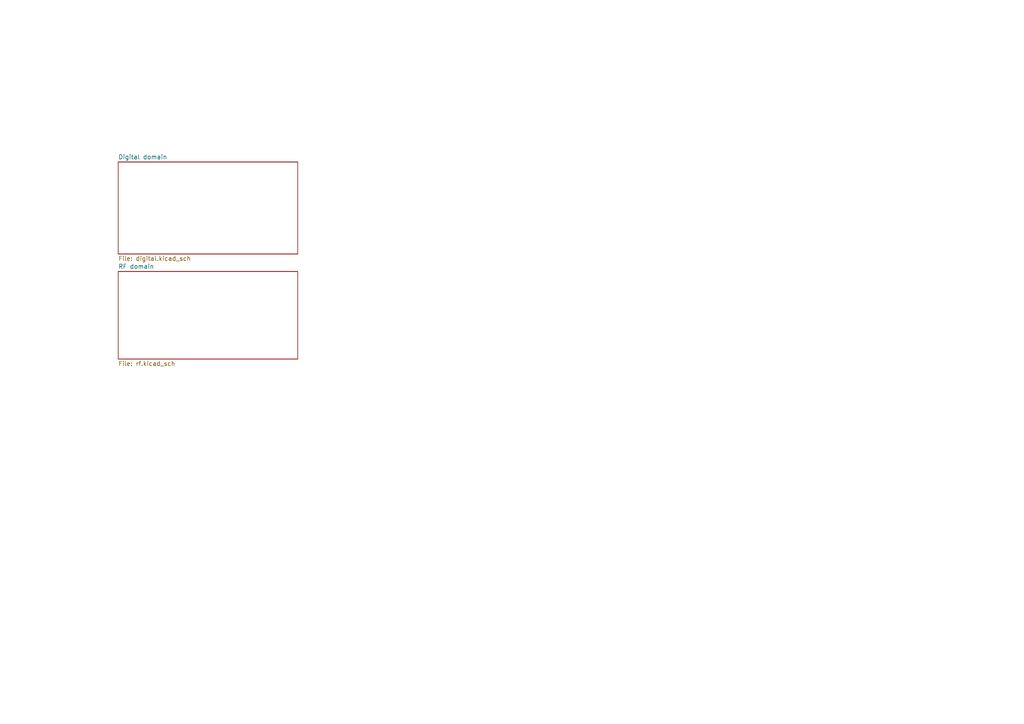
<source format=kicad_sch>
(kicad_sch (version 20211123) (generator eeschema)
  (paper "A4")
  (lib_symbols)
  (sheet (at 34.29 78.74) (size 52.07 25.4) (stroke (width 0.1524))
    (property "Sheet name" "RF domain" (at 34.29 78.0284 0) (effects (justify left bottom)))
    (property "Sheet file" "rf.kicad_sch" (at 34.29 104.7246 0) (effects (justify left top)))
  )
  (sheet (at 34.29 46.99) (size 52.07 26.67) (stroke (width 0.1524))
    (property "Sheet name" "Digital domain" (at 34.29 46.2784 0) (effects (justify left bottom)))
    (property "Sheet file" "digital.kicad_sch" (at 34.29 74.2446 0) (effects (justify left top)))
  )
)
</source>
